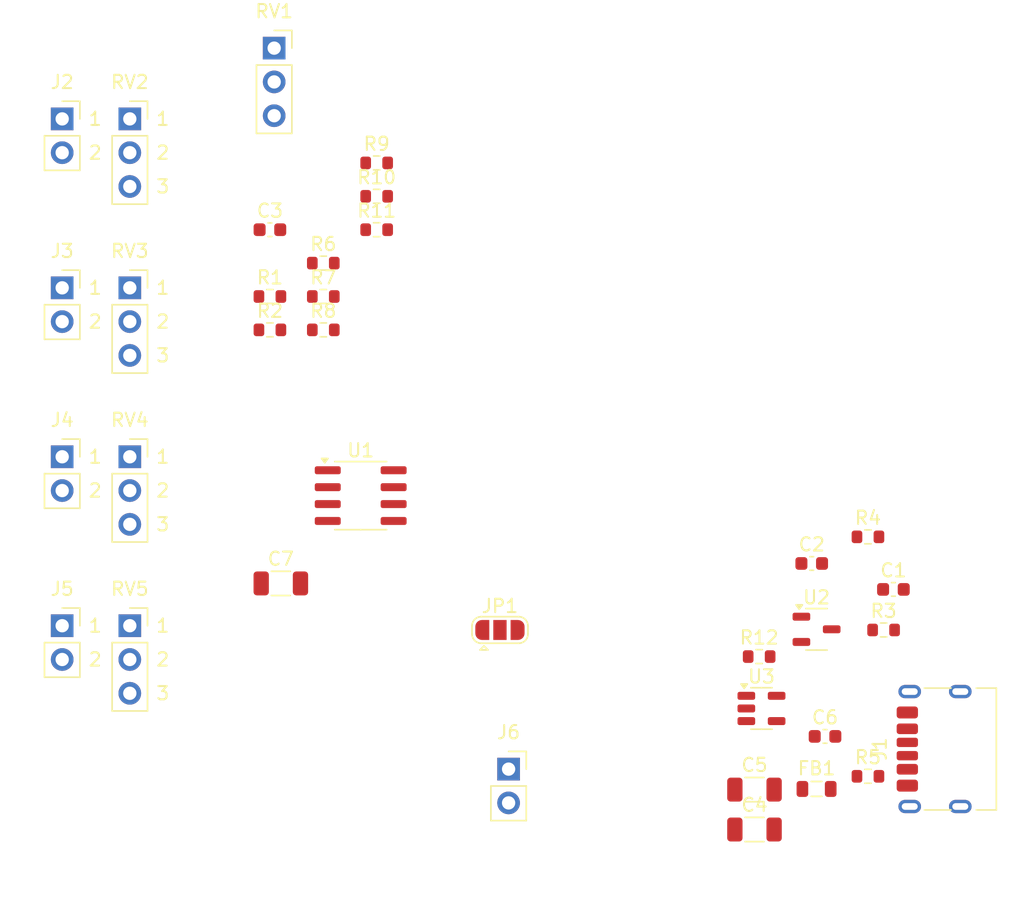
<source format=kicad_pcb>
(kicad_pcb (version 20241229) (generator "pcbnew") (generator_version "9.0")
  (layers (0 "F.Cu" signal) (2 "B.Cu" signal) (13 "F.Paste" user) (15 "B.Paste" user) (5 "F.SilkS" user "F.Silkscreen") (7 "B.SilkS" user "B.Silkscreen") (1 "F.Mask" user) (3 "B.Mask" user) (25 "Edge.Cuts" user))
  (net 0 "")
  (net 1 "GND")
  (net 2 "/VREF_1.65V")
  (net 3 "Net-(U2-REF)")
  (net 4 "+3.3V")
  (net 5 "Net-(U3-EN)")
  (net 6 "Net-(U3-BP)")
  (net 7 "Net-(JP1-B)")
  (net 8 "Net-(FB1-Pad1)")
  (net 9 "Net-(J1-CC1)")
  (net 10 "Net-(J1-CC2)")
  (net 11 "Net-(JP1-C)")
  (net 12 "Net-(U1A--)")
  (net 13 "Net-(R1-Pad2)")
  (net 14 "Net-(U1B--)")
  (net 15 "Net-(R7-Pad1)")
  (net 16 "Net-(R8-Pad1)")
  (net 17 "Net-(R9-Pad1)")
  (net 18 "Net-(R10-Pad1)")
  (net 19 "Net-(R11-Pad1)")
  (net 20 "Net-(J2-Pin_1)")
  (net 21 "Net-(J3-Pin_1)")
  (net 22 "Net-(J4-Pin_1)")
  (net 23 "Net-(J5-Pin_1)")
  (net 24 "Net-(J6-Pin_1)")
  (footprint "Capacitor_SMD:C_0603_1608Metric" (layer "F.Cu") (at 181.775 115)
    (property "Reference" "C6" (at 0 -1.43 0) (layer "F.SilkS"))
    (property "Value" "10nF")
    (fp_line (start -0.14058 -0.51) (end 0.14058 -0.51) (stroke (width 0.12)) (layer "F.SilkS"))
    (fp_line (start -0.14058 0.51) (end 0.14058 0.51) (stroke (width 0.12)) (layer "F.SilkS"))
    (pad "1" smd roundrect (at -0.775 0) (size 0.9 0.95) (layers "F.Cu" "F.Mask" "F.Paste") (net 6 "Net-(U3-BP)"))
    (pad "2" smd roundrect (at 0.775 0) (size 0.9 0.95) (layers "F.Cu" "F.Mask" "F.Paste") (net 1 "GND"))
  )
  (footprint "Resistor_SMD:R_0603_1608Metric" (layer "F.Cu") (at 144.0775 84.44)
    (property "Reference" "R8" (at 0 -1.43 0) (layer "F.SilkS"))
    (property "Value" "10k")
    (fp_line (start -0.237258 -0.5225) (end 0.237258 -0.5225) (stroke (width 0.12)) (layer "F.SilkS"))
    (fp_line (start -0.237258 0.5225) (end 0.237258 0.5225) (stroke (width 0.12)) (layer "F.SilkS"))
    (pad "1" smd roundrect (at -0.825 0) (size 0.8 0.95) (layers "F.Cu" "F.Mask" "F.Paste") (net 16 "Net-(R8-Pad1)"))
    (pad "2" smd roundrect (at 0.825 0) (size 0.8 0.95) (layers "F.Cu" "F.Mask" "F.Paste") (net 12 "Net-(U1A--)"))
  )
  (footprint "Resistor_SMD:R_0603_1608Metric" (layer "F.Cu") (at 140.0675 81.93)
    (property "Reference" "R1" (at 0 -1.43 0) (layer "F.SilkS"))
    (property "Value" "20k")
    (fp_line (start -0.237258 -0.5225) (end 0.237258 -0.5225) (stroke (width 0.12)) (layer "F.SilkS"))
    (fp_line (start -0.237258 0.5225) (end 0.237258 0.5225) (stroke (width 0.12)) (layer "F.SilkS"))
    (pad "1" smd roundrect (at -0.825 0) (size 0.8 0.95) (layers "F.Cu" "F.Mask" "F.Paste") (net 12 "Net-(U1A--)"))
    (pad "2" smd roundrect (at 0.825 0) (size 0.8 0.95) (layers "F.Cu" "F.Mask" "F.Paste") (net 13 "Net-(R1-Pad2)"))
  )
  (footprint "Resistor_SMD:R_0603_1608Metric" (layer "F.Cu") (at 186.175 107)
    (property "Reference" "R3" (at 0 -1.43 0) (layer "F.SilkS"))
    (property "Value" "3.3k")
    (fp_line (start -0.237258 -0.5225) (end 0.237258 -0.5225) (stroke (width 0.12)) (layer "F.SilkS"))
    (fp_line (start -0.237258 0.5225) (end 0.237258 0.5225) (stroke (width 0.12)) (layer "F.SilkS"))
    (pad "1" smd roundrect (at -0.825 0) (size 0.8 0.95) (layers "F.Cu" "F.Mask" "F.Paste") (net 3 "Net-(U2-REF)"))
    (pad "2" smd roundrect (at 0.825 0) (size 0.8 0.95) (layers "F.Cu" "F.Mask" "F.Paste") (net 1 "GND"))
  )
  (footprint "Capacitor_SMD:C_1206_3216Metric" (layer "F.Cu") (at 176.475 122)
    (property "Reference" "C4" (at 0 -1.85 0) (layer "F.SilkS"))
    (property "Value" "10uF")
    (fp_line (start -0.711252 -0.91) (end 0.711252 -0.91) (stroke (width 0.12)) (layer "F.SilkS"))
    (fp_line (start -0.711252 0.91) (end 0.711252 0.91) (stroke (width 0.12)) (layer "F.SilkS"))
    (pad "1" smd roundrect (at -1.475 0) (size 1.15 1.8) (layers "F.Cu" "F.Mask" "F.Paste") (roundrect_rratio 0.217391) (net 5 "Net-(U3-EN)"))
    (pad "2" smd roundrect (at 1.475 0) (size 1.15 1.8) (layers "F.Cu" "F.Mask" "F.Paste") (roundrect_rratio 0.217391) (net 1 "GND"))
  )
  (footprint "Capacitor_SMD:C_1206_3216Metric" (layer "F.Cu") (at 140.8875 103.5)
    (property "Reference" "C7" (at 0 -1.85 0) (layer "F.SilkS"))
    (property "Value" "10uF")
    (fp_line (start -0.711252 -0.91) (end 0.711252 -0.91) (stroke (width 0.12)) (layer "F.SilkS"))
    (fp_line (start -0.711252 0.91) (end 0.711252 0.91) (stroke (width 0.12)) (layer "F.SilkS"))
    (pad "1" smd roundrect (at -1.475 0) (size 1.15 1.8) (layers "F.Cu" "F.Mask" "F.Paste") (roundrect_rratio 0.217391) (net 24 "Net-(J6-Pin_1)"))
    (pad "2" smd roundrect (at 1.475 0) (size 1.15 1.8) (layers "F.Cu" "F.Mask" "F.Paste") (roundrect_rratio 0.217391) (net 7 "Net-(JP1-B)"))
  )
  (footprint "Connector_USB:USB_C_Receptacle_HRO_TYPE-C-31-M-17" (layer "F.Cu") (at 191.1375 115.95 90)
    (property "Reference" "J1" (at 0 -5.25 90) (layer "F.SilkS"))
    (property "Value" "USB_C_Receptacle_PowerOnly_6P")
    (fp_line (start 4.58 -1.9) (end 4.58 0.1) (stroke (width 0.12)) (layer "F.SilkS"))
    (fp_line (start -4.58 -1.9) (end -4.58 0.1) (stroke (width 0.12)) (layer "F.SilkS"))
    (fp_line (start 4.58 2) (end 4.58 3.51) (stroke (width 0.12)) (layer "F.SilkS"))
    (fp_line (start -4.58 2) (end -4.58 3.51) (stroke (width 0.12)) (layer "F.SilkS"))
    (fp_line (start -4.58 3.51) (end 4.58 3.51) (stroke (width 0.12)) (layer "F.SilkS"))
    (pad "A5" smd roundrect (at -0.5 -3.18 90) (size 0.7 1.6) (layers "F.Cu" "F.Mask" "F.Paste") (net 9 "Net-(J1-CC1)"))
    (pad "A9" smd roundrect (at 1.52 -3.18 90) (size 0.8 1.6) (layers "F.Cu" "F.Mask" "F.Paste") (net 8 "Net-(FB1-Pad1)"))
    (pad "A12" smd roundrect (at 2.75 -3.18 90) (size 0.9 1.6) (layers "F.Cu" "F.Mask" "F.Paste") (net 1 "GND"))
    (pad "B5" smd roundrect (at 0.5 -3.18 90) (size 0.7 1.6) (layers "F.Cu" "F.Mask" "F.Paste") (net 10 "Net-(J1-CC2)"))
    (pad "B9" smd roundrect (at -1.52 -3.18 90) (size 0.8 1.6) (layers "F.Cu" "F.Mask" "F.Paste") (net 8 "Net-(FB1-Pad1)"))
    (pad "B12" smd roundrect (at -2.75 -3.18 90) (size 0.9 1.6) (layers "F.Cu" "F.Mask" "F.Paste") (net 1 "GND"))
    (pad "S1" thru_hole oval (at -4.32 -3 90) (size 1 1.7) (drill oval 0.5 1.2) (property pad_prop_heatsink) (layers "*.Cu" "*.Mask") (net 1 "GND"))
    (pad "S1" thru_hole oval (at -4.32 0.8 90) (size 1 1.7) (drill oval 0.5 1.2) (property pad_prop_heatsink) (layers "*.Cu" "*.Mask") (net 1 "GND"))
    (pad "S1" thru_hole oval (at 4.32 -3 90) (size 1 1.7) (drill oval 0.5 1.2) (property pad_prop_heatsink) (layers "*.Cu" "*.Mask") (net 1 "GND"))
    (pad "S1" thru_hole oval (at 4.32 0.8 90) (size 1 1.7) (drill oval 0.5 1.2) (property pad_prop_heatsink) (layers "*.Cu" "*.Mask") (net 1 "GND"))
  )
  (footprint "Resistor_SMD:R_0603_1608Metric" (layer "F.Cu") (at 185 118)
    (property "Reference" "R5" (at 0 -1.43 0) (layer "F.SilkS"))
    (property "Value" "5.1k")
    (fp_line (start -0.237258 -0.5225) (end 0.237258 -0.5225) (stroke (width 0.12)) (layer "F.SilkS"))
    (fp_line (start -0.237258 0.5225) (end 0.237258 0.5225) (stroke (width 0.12)) (layer "F.SilkS"))
    (pad "1" smd roundrect (at -0.825 0) (size 0.8 0.95) (layers "F.Cu" "F.Mask" "F.Paste") (net 9 "Net-(J1-CC1)"))
    (pad "2" smd roundrect (at 0.825 0) (size 0.8 0.95) (layers "F.Cu" "F.Mask" "F.Paste") (net 1 "GND"))
  )
  (footprint "Connector_PinSocket_2.54mm:PinSocket_1x02_P2.54mm_Vertical" (layer "F.Cu") (at 124.46 81.28)
    (property "Reference" "J3" (at 0 -2.77 0) (layer "F.SilkS"))
    (property "Value" "Conn_01x02")
    (fp_line (start -1.33 1.27) (end -1.33 3.87) (stroke (width 0.12)) (layer "F.SilkS"))
    (fp_line (start -1.33 1.27) (end 1.33 1.27) (stroke (width 0.12)) (layer "F.SilkS"))
    (fp_line (start -1.33 3.87) (end 1.33 3.87) (stroke (width 0.12)) (layer "F.SilkS"))
    (fp_line (start 0 -1.33) (end 1.33 -1.33) (stroke (width 0.12)) (layer "F.SilkS"))
    (fp_line (start 1.33 -1.33) (end 1.33 0) (stroke (width 0.12)) (layer "F.SilkS"))
    (fp_line (start 1.33 1.27) (end 1.33 3.87) (stroke (width 0.12)) (layer "F.SilkS"))
    (pad "1" thru_hole rect (at 0 0) (size 1.7 1.7) (drill 1) (layers "*.Cu" "*.Mask") (net 21 "Net-(J3-Pin_1)"))
    (pad "2" thru_hole circle (at 0 2.54) (size 1.7 1.7) (drill 1) (layers "*.Cu" "*.Mask") (net 2 "/VREF_1.65V"))
  )
  (footprint "Connector_PinSocket_2.54mm:PinSocket_1x03_P2.54mm_Vertical" (layer "F.Cu") (at 129.54 106.68)
    (property "Reference" "RV5" (at 0 -2.77 0) (layer "F.SilkS"))
    (property "Value" "10k")
    (fp_line (start -1.33 1.27) (end -1.33 6.41) (stroke (width 0.12)) (layer "F.SilkS"))
    (fp_line (start -1.33 1.27) (end 1.33 1.27) (stroke (width 0.12)) (layer "F.SilkS"))
    (fp_line (start -1.33 6.41) (end 1.33 6.41) (stroke (width 0.12)) (layer "F.SilkS"))
    (fp_line (start 0 -1.33) (end 1.33 -1.33) (stroke (width 0.12)) (layer "F.SilkS"))
    (fp_line (start 1.33 -1.33) (end 1.33 0) (stroke (width 0.12)) (layer "F.SilkS"))
    (fp_line (start 1.33 1.27) (end 1.33 6.41) (stroke (width 0.12)) (layer "F.SilkS"))
    (pad "1" thru_hole rect (at 0 0) (size 1.7 1.7) (drill 1) (layers "*.Cu" "*.Mask") (net 23 "Net-(J5-Pin_1)"))
    (pad "2" thru_hole circle (at 0 2.54) (size 1.7 1.7) (drill 1) (layers "*.Cu" "*.Mask") (net 18 "Net-(R10-Pad1)"))
    (pad "3" thru_hole circle (at 0 5.08) (size 1.7 1.7) (drill 1) (layers "*.Cu" "*.Mask") (net 2 "/VREF_1.65V"))
  )
  (footprint "Connector_PinSocket_2.54mm:PinSocket_1x02_P2.54mm_Vertical" (layer "F.Cu") (at 124.46 106.68)
    (property "Reference" "J5" (at 0 -2.77 0) (layer "F.SilkS"))
    (property "Value" "Conn_01x02")
    (fp_line (start -1.33 1.27) (end -1.33 3.87) (stroke (width 0.12)) (layer "F.SilkS"))
    (fp_line (start -1.33 1.27) (end 1.33 1.27) (stroke (width 0.12)) (layer "F.SilkS"))
    (fp_line (start -1.33 3.87) (end 1.33 3.87) (stroke (width 0.12)) (layer "F.SilkS"))
    (fp_line (start 0 -1.33) (end 1.33 -1.33) (stroke (width 0.12)) (layer "F.SilkS"))
    (fp_line (start 1.33 -1.33) (end 1.33 0) (stroke (width 0.12)) (layer "F.SilkS"))
    (fp_line (start 1.33 1.27) (end 1.33 3.87) (stroke (width 0.12)) (layer "F.SilkS"))
    (pad "1" thru_hole rect (at 0 0) (size 1.7 1.7) (drill 1) (layers "*.Cu" "*.Mask") (net 23 "Net-(J5-Pin_1)"))
    (pad "2" thru_hole circle (at 0 2.54) (size 1.7 1.7) (drill 1) (layers "*.Cu" "*.Mask") (net 2 "/VREF_1.65V"))
  )
  (footprint "Resistor_SMD:R_0603_1608Metric" (layer "F.Cu") (at 148.0875 74.4)
    (property "Reference" "R10" (at 0 -1.43 0) (layer "F.SilkS"))
    (property "Value" "10k")
    (fp_line (start -0.237258 -0.5225) (end 0.237258 -0.5225) (stroke (width 0.12)) (layer "F.SilkS"))
    (fp_line (start -0.237258 0.5225) (end 0.237258 0.5225) (stroke (width 0.12)) (layer "F.SilkS"))
    (pad "1" smd roundrect (at -0.825 0) (size 0.8 0.95) (layers "F.Cu" "F.Mask" "F.Paste") (net 18 "Net-(R10-Pad1)"))
    (pad "2" smd roundrect (at 0.825 0) (size 0.8 0.95) (layers "F.Cu" "F.Mask" "F.Paste") (net 12 "Net-(U1A--)"))
  )
  (footprint "Connector_PinSocket_2.54mm:PinSocket_1x03_P2.54mm_Vertical" (layer "F.Cu") (at 129.54 68.58)
    (property "Reference" "RV2" (at 0 -2.77 0) (layer "F.SilkS"))
    (property "Value" "10k")
    (fp_line (start -1.33 1.27) (end -1.33 6.41) (stroke (width 0.12)) (layer "F.SilkS"))
    (fp_line (start -1.33 1.27) (end 1.33 1.27) (stroke (width 0.12)) (layer "F.SilkS"))
    (fp_line (start -1.33 6.41) (end 1.33 6.41) (stroke (width 0.12)) (layer "F.SilkS"))
    (fp_line (start 0 -1.33) (end 1.33 -1.33) (stroke (width 0.12)) (layer "F.SilkS"))
    (fp_line (start 1.33 -1.33) (end 1.33 0) (stroke (width 0.12)) (layer "F.SilkS"))
    (fp_line (start 1.33 1.27) (end 1.33 6.41) (stroke (width 0.12)) (layer "F.SilkS"))
    (pad "1" thru_hole rect (at 0 0) (size 1.7 1.7) (drill 1) (layers "*.Cu" "*.Mask") (net 20 "Net-(J2-Pin_1)"))
    (pad "2" thru_hole circle (at 0 2.54) (size 1.7 1.7) (drill 1) (layers "*.Cu" "*.Mask") (net 15 "Net-(R7-Pad1)"))
    (pad "3" thru_hole circle (at 0 5.08) (size 1.7 1.7) (drill 1) (layers "*.Cu" "*.Mask") (net 2 "/VREF_1.65V"))
  )
  (footprint "Connector_PinSocket_2.54mm:PinSocket_1x02_P2.54mm_Vertical" (layer "F.Cu") (at 124.46 68.58)
    (property "Reference" "J2" (at 0 -2.77 0) (layer "F.SilkS"))
    (property "Value" "Conn_01x02")
    (fp_line (start -1.33 1.27) (end -1.33 3.87) (stroke (width 0.12)) (layer "F.SilkS"))
    (fp_line (start -1.33 1.27) (end 1.33 1.27) (stroke (width 0.12)) (layer "F.SilkS"))
    (fp_line (start -1.33 3.87) (end 1.33 3.87) (stroke (width 0.12)) (layer "F.SilkS"))
    (fp_line (start 0 -1.33) (end 1.33 -1.33) (stroke (width 0.12)) (layer "F.SilkS"))
    (fp_line (start 1.33 -1.33) (end 1.33 0) (stroke (width 0.12)) (layer "F.SilkS"))
    (fp_line (start 1.33 1.27) (end 1.33 3.87) (stroke (width 0.12)) (layer "F.SilkS"))
    (pad "1" thru_hole rect (at 0 0) (size 1.7 1.7) (drill 1) (layers "*.Cu" "*.Mask") (net 20 "Net-(J2-Pin_1)"))
    (pad "2" thru_hole circle (at 0 2.54) (size 1.7 1.7) (drill 1) (layers "*.Cu" "*.Mask") (net 2 "/VREF_1.65V"))
  )
  (footprint "Connector_PinSocket_2.54mm:PinSocket_1x03_P2.54mm_Vertical" (layer "F.Cu") (at 129.54 93.98)
    (property "Reference" "RV4" (at 0 -2.77 0) (layer "F.SilkS"))
    (property "Value" "10k")
    (fp_line (start -1.33 1.27) (end -1.33 6.41) (stroke (width 0.12)) (layer "F.SilkS"))
    (fp_line (start -1.33 1.27) (end 1.33 1.27) (stroke (width 0.12)) (layer "F.SilkS"))
    (fp_line (start -1.33 6.41) (end 1.33 6.41) (stroke (width 0.12)) (layer "F.SilkS"))
    (fp_line (start 0 -1.33) (end 1.33 -1.33) (stroke (width 0.12)) (layer "F.SilkS"))
    (fp_line (start 1.33 -1.33) (end 1.33 0) (stroke (width 0.12)) (layer "F.SilkS"))
    (fp_line (start 1.33 1.27) (end 1.33 6.41) (stroke (width 0.12)) (layer "F.SilkS"))
    (pad "1" thru_hole rect (at 0 0) (size 1.7 1.7) (drill 1) (layers "*.Cu" "*.Mask") (net 22 "Net-(J4-Pin_1)"))
    (pad "2" thru_hole circle (at 0 2.54) (size 1.7 1.7) (drill 1) (layers "*.Cu" "*.Mask") (net 17 "Net-(R9-Pad1)"))
    (pad "3" thru_hole circle (at 0 5.08) (size 1.7 1.7) (drill 1) (layers "*.Cu" "*.Mask") (net 2 "/VREF_1.65V"))
  )
  (footprint "Resistor_SMD:R_0603_1608Metric" (layer "F.Cu") (at 176.825 109)
    (property "Reference" "R12" (at 0 -1.43 0) (layer "F.SilkS"))
    (property "Value" "1.8k")
    (fp_line (start -0.237258 -0.5225) (end 0.237258 -0.5225) (stroke (width 0.12)) (layer "F.SilkS"))
    (fp_line (start -0.237258 0.5225) (end 0.237258 0.5225) (stroke (width 0.12)) (layer "F.SilkS"))
    (pad "1" smd roundrect (at -0.825 0) (size 0.8 0.95) (layers "F.Cu" "F.Mask" "F.Paste") (net 4 "+3.3V"))
    (pad "2" smd roundrect (at 0.825 0) (size 0.8 0.95) (layers "F.Cu" "F.Mask" "F.Paste") (net 2 "/VREF_1.65V"))
  )
  (footprint "Resistor_SMD:R_0603_1608Metric" (layer "F.Cu") (at 140.0675 84.44)
    (property "Reference" "R2" (at 0 -1.43 0) (layer "F.SilkS"))
    (property "Value" "10k")
    (fp_line (start -0.237258 -0.5225) (end 0.237258 -0.5225) (stroke (width 0.12)) (layer "F.SilkS"))
    (fp_line (start -0.237258 0.5225) (end 0.237258 0.5225) (stroke (width 0.12)) (layer "F.SilkS"))
    (pad "1" smd roundrect (at -0.825 0) (size 0.8 0.95) (layers "F.Cu" "F.Mask" "F.Paste") (net 13 "Net-(R1-Pad2)"))
    (pad "2" smd roundrect (at 0.825 0) (size 0.8 0.95) (layers "F.Cu" "F.Mask" "F.Paste") (net 14 "Net-(U1B--)"))
  )
  (footprint "Resistor_SMD:R_0603_1608Metric" (layer "F.Cu") (at 185 100)
    (property "Reference" "R4" (at 0 -1.43 0) (layer "F.SilkS"))
    (property "Value" "10k")
    (fp_line (start -0.237258 -0.5225) (end 0.237258 -0.5225) (stroke (width 0.12)) (layer "F.SilkS"))
    (fp_line (start -0.237258 0.5225) (end 0.237258 0.5225) (stroke (width 0.12)) (layer "F.SilkS"))
    (pad "1" smd roundrect (at -0.825 0) (size 0.8 0.95) (layers "F.Cu" "F.Mask" "F.Paste") (net 2 "/VREF_1.65V"))
    (pad "2" smd roundrect (at 0.825 0) (size 0.8 0.95) (layers "F.Cu" "F.Mask" "F.Paste") (net 3 "Net-(U2-REF)"))
  )
  (footprint "Resistor_SMD:R_0603_1608Metric" (layer "F.Cu") (at 144.0775 79.42)
    (property "Reference" "R6" (at 0 -1.43 0) (layer "F.SilkS"))
    (property "Value" "5.1k")
    (fp_line (start -0.237258 -0.5225) (end 0.237258 -0.5225) (stroke (width 0.12)) (layer "F.SilkS"))
    (fp_line (start -0.237258 0.5225) (end 0.237258 0.5225) (stroke (width 0.12)) (layer "F.SilkS"))
    (pad "1" smd roundrect (at -0.825 0) (size 0.8 0.95) (layers "F.Cu" "F.Mask" "F.Paste") (net 10 "Net-(J1-CC2)"))
    (pad "2" smd roundrect (at 0.825 0) (size 0.8 0.95) (layers "F.Cu" "F.Mask" "F.Paste") (net 1 "GND"))
  )
  (footprint "Capacitor_SMD:C_0603_1608Metric" (layer "F.Cu") (at 186.9125 103.95)
    (property "Reference" "C1" (at 0 -1.43 0) (layer "F.SilkS"))
    (property "Value" "100nF")
    (fp_line (start -0.14058 -0.51) (end 0.14058 -0.51) (stroke (width 0.12)) (layer "F.SilkS"))
    (fp_line (start -0.14058 0.51) (end 0.14058 0.51) (stroke (width 0.12)) (layer "F.SilkS"))
    (pad "1" smd roundrect (at -0.775 0) (size 0.9 0.95) (layers "F.Cu" "F.Mask" "F.Paste") (net 2 "/VREF_1.65V"))
    (pad "2" smd roundrect (at 0.775 0) (size 0.9 0.95) (layers "F.Cu" "F.Mask" "F.Paste") (net 1 "GND"))
  )
  (footprint "Connector_PinSocket_2.54mm:PinSocket_1x02_P2.54mm_Vertical" (layer "F.Cu") (at 124.46 93.98)
    (property "Reference" "J4" (at 0 -2.77 0) (layer "F.SilkS"))
    (property "Value" "Conn_01x02")
    (fp_line (start -1.33 1.27) (end -1.33 3.87) (stroke (width 0.12)) (layer "F.SilkS"))
    (fp_line (start -1.33 1.27) (end 1.33 1.27) (stroke (width 0.12)) (layer "F.SilkS"))
    (fp_line (start -1.33 3.87) (end 1.33 3.87) (stroke (width 0.12)) (layer "F.SilkS"))
    (fp_line (start 0 -1.33) (end 1.33 -1.33) (stroke (width 0.12)) (layer "F.SilkS"))
    (fp_line (start 1.33 -1.33) (end 1.33 0) (stroke (width 0.12)) (layer "F.SilkS"))
    (fp_line (start 1.33 1.27) (end 1.33 3.87) (stroke (width 0.12)) (layer "F.SilkS"))
    (pad "1" thru_hole rect (at 0 0) (size 1.7 1.7) (drill 1) (layers "*.Cu" "*.Mask") (net 22 "Net-(J4-Pin_1)"))
    (pad "2" thru_hole circle (at 0 2.54) (size 1.7 1.7) (drill 1) (layers "*.Cu" "*.Mask") (net 2 "/VREF_1.65V"))
  )
  (footprint "Package_SO:SOIC-8_3.9x4.9mm_P1.27mm" (layer "F.Cu") (at 146.8875 96.9)
    (property "Reference" "U1" (at 0 -3.4 0) (layer "F.SilkS"))
    (property "Value" "TLV9062IDR")
    (fp_line (start 0 -2.56) (end -1.95 -2.56) (stroke (width 0.12)) (layer "F.SilkS"))
    (fp_line (start 0 -2.56) (end 1.95 -2.56) (stroke (width 0.12)) (layer "F.SilkS"))
    (fp_line (start 0 2.56) (end -1.95 2.56) (stroke (width 0.12)) (layer "F.SilkS"))
    (fp_line (start 0 2.56) (end 1.95 2.56) (stroke (width 0.12)) (layer "F.SilkS"))
    (fp_poly (pts (xy -2.7 -2.465) (xy -2.94 -2.795) (xy -2.46 -2.795)) (stroke (width 0.12)) (fill yes) (layer "F.SilkS"))
    (pad "1" smd roundrect (at -2.475 -1.905) (size 1.95 0.6) (layers "F.Cu" "F.Mask" "F.Paste") (net 13 "Net-(R1-Pad2)"))
    (pad "2" smd roundrect (at -2.475 -0.635) (size 1.95 0.6) (layers "F.Cu" "F.Mask" "F.Paste") (net 12 "Net-(U1A--)"))
    (pad "3" smd roundrect (at -2.475 0.635) (size 1.95 0.6) (layers "F.Cu" "F.Mask" "F.Paste") (net 2 "/VREF_1.65V"))
    (pad "4" smd roundrect (at -2.475 1.905) (size 1.95 0.6) (layers "F.Cu" "F.Mask" "F.Paste") (net 1 "GND"))
    (pad "5" smd roundrect (at 2.475 1.905) (size 1.95 0.6) (layers "F.Cu" "F.Mask" "F.Paste") (net 2 "/VREF_1.65V"))
    (pad "6" smd roundrect (at 2.475 0.635) (size 1.95 0.6) (layers "F.Cu" "F.Mask" "F.Paste") (net 14 "Net-(U1B--)"))
    (pad "7" smd roundrect (at 2.475 -0.635) (size 1.95 0.6) (layers "F.Cu" "F.Mask" "F.Paste") (net 19 "Net-(R11-Pad1)"))
    (pad "8" smd roundrect (at 2.475 -1.905) (size 1.95 0.6) (layers "F.Cu" "F.Mask" "F.Paste") (net 4 "+3.3V"))
  )
  (footprint "Resistor_SMD:R_0603_1608Metric" (layer "F.Cu") (at 144.0775 81.93)
    (property "Reference" "R7" (at 0 -1.43 0) (layer "F.SilkS"))
    (property "Value" "10k")
    (fp_line (start -0.237258 -0.5225) (end 0.237258 -0.5225) (stroke (width 0.12)) (layer "F.SilkS"))
    (fp_line (start -0.237258 0.5225) (end 0.237258 0.5225) (stroke (width 0.12)) (layer "F.SilkS"))
    (pad "1" smd roundrect (at -0.825 0) (size 0.8 0.95) (layers "F.Cu" "F.Mask" "F.Paste") (net 15 "Net-(R7-Pad1)"))
    (pad "2" smd roundrect (at 0.825 0) (size 0.8 0.95) (layers "F.Cu" "F.Mask" "F.Paste") (net 12 "Net-(U1A--)"))
  )
  (footprint "Package_TO_SOT_SMD:SOT-23-3" (layer "F.Cu") (at 181.1375 106.95)
    (property "Reference" "U2" (at 0 -2.4 0) (layer "F.SilkS"))
    (property "Value" "TLV431AIDBZR")
    (fp_line (start 0 -1.56) (end -0.8 -1.56) (stroke (width 0.12)) (layer "F.SilkS"))
    (fp_line (start 0 -1.56) (end 0.8 -1.56) (stroke (width 0.12)) (layer "F.SilkS"))
    (fp_line (start 0 1.56) (end -0.8 1.56) (stroke (width 0.12)) (layer "F.SilkS"))
    (fp_line (start 0 1.56) (end 0.8 1.56) (stroke (width 0.12)) (layer "F.SilkS"))
    (fp_poly (pts (xy -1.3 -1.51) (xy -1.54 -1.84) (xy -1.06 -1.84)) (stroke (width 0.12)) (fill yes) (layer "F.SilkS"))
    (pad "1" smd roundrect (at -1.1375 -0.95) (size 1.325 0.6) (layers "F.Cu" "F.Mask" "F.Paste") (net 3 "Net-(U2-REF)"))
    (pad "2" smd roundrect (at -1.1375 0.95) (size 1.325 0.6) (layers "F.Cu" "F.Mask" "F.Paste") (net 2 "/VREF_1.65V"))
    (pad "3" smd roundrect (at 1.1375 0) (size 1.325 0.6) (layers "F.Cu" "F.Mask" "F.Paste") (net 1 "GND"))
  )
  (footprint "Resistor_SMD:R_0603_1608Metric" (layer "F.Cu") (at 148.0875 71.89)
    (property "Reference" "R9" (at 0 -1.43 0) (layer "F.SilkS"))
    (property "Value" "10k")
    (fp_line (start -0.237258 -0.5225) (end 0.237258 -0.5225) (stroke (width 0.12)) (layer "F.SilkS"))
    (fp_line (start -0.237258 0.5225) (end 0.237258 0.5225) (stroke (width 0.12)) (layer "F.SilkS"))
    (pad "1" smd roundrect (at -0.825 0) (size 0.8 0.95) (layers "F.Cu" "F.Mask" "F.Paste") (net 17 "Net-(R9-Pad1)"))
    (pad "2" smd roundrect (at 0.825 0) (size 0.8 0.95) (layers "F.Cu" "F.Mask" "F.Paste") (net 12 "Net-(U1A--)"))
  )
  (footprint "elemental_jumper:SolderJumper-3_P1.3mm_Open_RoundedPad1.0x1.5mm" (layer "F.Cu") (at 157.35 107)
    (property "Reference" "JP1" (at 0 -1.8 0) (layer "F.SilkS"))
    (property "Value" "DC_BLOCK")
    (fp_line (start -2.1 0.3) (end -2.1 -0.3) (stroke (width 0.12)) (layer "F.SilkS"))
    (fp_line (start -1.5 1.5) (end -0.9 1.5) (stroke (width 0.12)) (layer "F.SilkS"))
    (fp_line (start -1.4 -1) (end 1.4 -1) (stroke (width 0.12)) (layer "F.SilkS"))
    (fp_line (start -1.2 1.2) (end -1.5 1.5) (stroke (width 0.12)) (layer "F.SilkS"))
    (fp_line (start -1.2 1.2) (end -0.9 1.5) (stroke (width 0.12)) (layer "F.SilkS"))
    (fp_line (start 1.4 1) (end -1.4 1) (stroke (width 0.12)) (layer "F.SilkS"))
    (fp_line (start 2.105025 -0.3) (end 2.105025 0.3) (stroke (width 0.12)) (layer "F.SilkS"))
    (fp_arc (start -2.1 -0.3) (mid -1.894975 -0.794975) (end -1.4 -1) (stroke (width 0.12)) (layer "F.SilkS"))
    (fp_arc (start -1.4 1) (mid -1.894975 0.794975) (end -2.1 0.3) (stroke (width 0.12)) (layer "F.SilkS"))
    (fp_arc (start 1.405025 -1) (mid 1.9 -0.794975) (end 2.105025 -0.3) (stroke (width 0.12)) (layer "F.SilkS"))
    (fp_arc (start 2.105025 0.3) (mid 1.9 0.794975) (end 1.405025 1) (stroke (width 0.12)) (layer "F.SilkS"))
    (pad "1" smd custom (at -1.35 0) (size 1 0.5) (layers "F.Cu" "F.Mask") (net 24 "Net-(J6-Pin_1)") (options (clearance outline) (anchor rect)) (primitives (gr_circle (center 0 0.25) (end 0.5 0.25) (width 0) (fill yes)) (gr_circle (center 0 -0.25) (end 0.5 -0.25) (width 0) (fill yes)) (gr_poly (pts (xy 0.55 0.75) (xy 0 0.75) (xy 0 -0.75) (xy 0.55 -0.75)) (width 0) (fill yes))))
    (pad "2" smd rect (at 0 0) (size 1 1.5) (layers "F.Cu" "F.Mask") (net 11 "Net-(JP1-C)"))
    (pad "3" smd custom (at 1.35 0) (size 1 0.5) (layers "F.Cu" "F.Mask") (net 7 "Net-(JP1-B)") (options (clearance outline) (anchor rect)) (primitives (gr_circle (center 0 0.25) (end 0.5 0.25) (width 0) (fill yes)) (gr_circle (center 0 -0.25) (end 0.5 -0.25) (width 0) (fill yes)) (gr_poly (pts (xy 0 0.75) (xy -0.55 0.75) (xy -0.55 -0.75) (xy 0 -0.75)) (width 0) (fill yes))))
  )
  (footprint "Inductor_SMD:L_0805_2012Metric" (layer "F.Cu") (at 181.1375 118.95)
    (property "Reference" "FB1" (at 0 -1.55 0) (layer "F.SilkS"))
    (property "Value" "600R@100MHz")
    (fp_line (start -0.399622 -0.56) (end 0.399622 -0.56) (stroke (width 0.12)) (layer "F.SilkS"))
    (fp_line (start -0.399622 0.56) (end 0.399622 0.56) (stroke (width 0.12)) (layer "F.SilkS"))
    (pad "1" smd roundrect (at -1.0625 0) (size 0.875 1.2) (layers "F.Cu" "F.Mask" "F.Paste") (net 8 "Net-(FB1-Pad1)"))
    (pad "2" smd roundrect (at 1.0625 0) (size 0.875 1.2) (layers "F.Cu" "F.Mask" "F.Paste") (net 5 "Net-(U3-EN)"))
  )
  (footprint "Connector_PinSocket_2.54mm:PinSocket_1x03_P2.54mm_Vertical" (layer "F.Cu") (at 129.54 81.28)
    (property "Reference" "RV3" (at 0 -2.77 0) (layer "F.SilkS"))
    (property "Value" "10k")
    (fp_line (start -1.33 1.27) (end -1.33 6.41) (stroke (width 0.12)) (layer "F.SilkS"))
    (fp_line (start -1.33 1.27) (end 1.33 1.27) (stroke (width 0.12)) (layer "F.SilkS"))
    (fp_line (start -1.33 6.41) (end 1.33 6.41) (stroke (width 0.12)) (layer "F.SilkS"))
    (fp_line (start 0 -1.33) (end 1.33 -1.33) (stroke (width 0.12)) (layer "F.SilkS"))
    (fp_line (start 1.33 -1.33) (end 1.33 0) (stroke (width 0.12)) (layer "F.SilkS"))
    (fp_line (start 1.33 1.27) (end 1.33 6.41) (stroke (width 0.12)) (layer "F.SilkS"))
    (pad "1" thru_hole rect (at 0 0) (size 1.7 1.7) (drill 1) (layers "*.Cu" "*.Mask") (net 21 "Net-(J3-Pin_1)"))
    (pad "2" thru_hole circle (at 0 2.54) (size 1.7 1.7) (drill 1) (layers "*.Cu" "*.Mask") (net 16 "Net-(R8-Pad1)"))
    (pad "3" thru_hole circle (at 0 5.08) (size 1.7 1.7) (drill 1) (layers "*.Cu" "*.Mask") (net 2 "/VREF_1.65V"))
  )
  (footprint "Package_TO_SOT_SMD:SOT-23-5" (layer "F.Cu") (at 177 112.9)
    (property "Reference" "U3" (at 0 -2.4 0) (layer "F.SilkS"))
    (property "Value" "SPX3819M5-L-3-3")
    (fp_line (start 0 -1.56) (end -0.8 -1.56) (stroke (width 0.12)) (layer "F.SilkS"))
    (fp_line (start 0 -1.56) (end 0.8 -1.56) (stroke (width 0.12)) (layer "F.SilkS"))
    (fp_line (start 0 1.56) (end -0.8 1.56) (stroke (width 0.12)) (layer "F.SilkS"))
    (fp_line (start 0 1.56) (end 0.8 1.56) (stroke (width 0.12)) (layer "F.SilkS"))
    (fp_poly (pts (xy -1.3 -1.51) (xy -1.54 -1.84) (xy -1.06 -1.84)) (stroke (width 0.12)) (fill yes) (layer "F.SilkS"))
    (pad "1" smd roundrect (at -1.1375 -0.95) (size 1.325 0.6) (layers "F.Cu" "F.Mask" "F.Paste") (net 5 "Net-(U3-EN)"))
    (pad "2" smd roundrect (at -1.1375 0) (size 1.325 0.6) (layers "F.Cu" "F.Mask" "F.Paste") (net 1 "GND"))
    (pad "3" smd roundrect (at -1.1375 0.95) (size 1.325 0.6) (layers "F.Cu" "F.Mask" "F.Paste") (net 5 "Net-(U3-EN)"))
    (pad "4" smd roundrect (at 1.1375 0.95) (size 1.325 0.6) (layers "F.Cu" "F.Mask" "F.Paste") (net 6 "Net-(U3-BP)"))
    (pad "5" smd roundrect (at 1.1375 -0.95) (size 1.325 0.6) (layers "F.Cu" "F.Mask" "F.Paste") (net 4 "+3.3V"))
  )
  (footprint "Connector_PinSocket_2.54mm:PinSocket_1x02_P2.54mm_Vertical" (layer "F.Cu") (at 158 117.46)
    (property "Reference" "J6" (at 0 -2.77 0) (layer "F.SilkS"))
    (property "Value" "Conn_01x02")
    (fp_line (start -1.33 1.27) (end -1.33 3.87) (stroke (width 0.12)) (layer "F.SilkS"))
    (fp_line (start -1.33 1.27) (end 1.33 1.27) (stroke (width 0.12)) (layer "F.SilkS"))
    (fp_line (start -1.33 3.87) (end 1.33 3.87) (stroke (width 0.12)) (layer "F.SilkS"))
    (fp_line (start 0 -1.33) (end 1.33 -1.33) (stroke (width 0.12)) (layer "F.SilkS"))
    (fp_line (start 1.33 -1.33) (end 1.33 0) (stroke (width 0.12)) (layer "F.SilkS"))
    (fp_line (start 1.33 1.27) (end 1.33 3.87) (stroke (width 0.12)) (layer "F.SilkS"))
    (pad "1" thru_hole rect (at 0 0) (size 1.7 1.7) (drill 1) (layers "*.Cu" "*.Mask") (net 24 "Net-(J6-Pin_1)"))
    (pad "2" thru_hole circle (at 0 2.54) (size 1.7 1.7) (drill 1) (layers "*.Cu" "*.Mask"))
  )
  (footprint "Capacitor_SMD:C_0603_1608Metric" (layer "F.Cu") (at 180.775 102)
    (property "Reference" "C2" (at 0 -1.43 0) (layer "F.SilkS"))
    (property "Value" "100pF")
    (fp_line (start -0.14058 -0.51) (end 0.14058 -0.51) (stroke (width 0.12)) (layer "F.SilkS"))
    (fp_line (start -0.14058 0.51) (end 0.14058 0.51) (stroke (width 0.12)) (layer "F.SilkS"))
    (pad "1" smd roundrect (at -0.775 0) (size 0.9 0.95) (layers "F.Cu" "F.Mask" "F.Paste") (net 3 "Net-(U2-REF)"))
    (pad "2" smd roundrect (at 0.775 0) (size 0.9 0.95) (layers "F.Cu" "F.Mask" "F.Paste") (net 1 "GND"))
  )
  (footprint "Capacitor_SMD:C_1206_3216Metric" (layer "F.Cu") (at 176.475 119)
    (property "Reference" "C5" (at 0 -1.85 0) (layer "F.SilkS"))
    (property "Value" "10uF")
    (fp_line (start -0.711252 -0.91) (end 0.711252 -0.91) (stroke (width 0.12)) (layer "F.SilkS"))
    (fp_line (start -0.711252 0.91) (end 0.711252 0.91) (stroke (width 0.12)) (layer "F.SilkS"))
    (pad "1" smd roundrect (at -1.475 0) (size 1.15 1.8) (layers "F.Cu" "F.Mask" "F.Paste") (roundrect_rratio 0.217391) (net 4 "+3.3V"))
    (pad "2" smd roundrect (at 1.475 0) (size 1.15 1.8) (layers "F.Cu" "F.Mask" "F.Paste") (roundrect_rratio 0.217391) (net 1 "GND"))
  )
  (footprint "Capacitor_SMD:C_0603_1608Metric" (layer "F.Cu") (at 140.0675 76.91)
    (property "Reference" "C3" (at 0 -1.43 0) (layer "F.SilkS"))
    (property "Value" "100nF")
    (fp_line (start -0.14058 -0.51) (end 0.14058 -0.51) (stroke (width 0.12)) (layer "F.SilkS"))
    (fp_line (start -0.14058 0.51) (end 0.14058 0.51) (stroke (width 0.12)) (layer "F.SilkS"))
    (pad "1" smd roundrect (at -0.775 0) (size 0.9 0.95) (layers "F.Cu" "F.Mask" "F.Paste") (net 4 "+3.3V"))
    (pad "2" smd roundrect (at 0.775 0) (size 0.9 0.95) (layers "F.Cu" "F.Mask" "F.Paste") (net 1 "GND"))
  )
  (footprint "Resistor_SMD:R_0603_1608Metric" (layer "F.Cu") (at 148.0875 76.91)
    (property "Reference" "R11" (at 0 -1.43 0) (layer "F.SilkS"))
    (property "Value" "100R")
    (fp_line (start -0.237258 -0.5225) (end 0.237258 -0.5225) (stroke (width 0.12)) (layer "F.SilkS"))
    (fp_line (start -0.237258 0.5225) (end 0.237258 0.5225) (stroke (width 0.12)) (layer "F.SilkS"))
    (pad "1" smd roundrect (at -0.825 0) (size 0.8 0.95) (layers "F.Cu" "F.Mask" "F.Paste") (net 19 "Net-(R11-Pad1)"))
    (pad "2" smd roundrect (at 0.825 0) (size 0.8 0.95) (layers "F.Cu" "F.Mask" "F.Paste") (net 11 "Net-(JP1-C)"))
  )
  (footprint "Connector_PinSocket_2.54mm:PinSocket_1x03_P2.54mm_Vertical" (layer "F.Cu") (at 140.3875 63.26)
    (property "Reference" "RV1" (at 0 -2.77 0) (layer "F.SilkS"))
    (property "Value" "A/B10k")
    (fp_line (start -1.33 1.27) (end -1.33 6.41) (stroke (width 0.12)) (layer "F.SilkS"))
    (fp_line (start -1.33 1.27) (end 1.33 1.27) (stroke (width 0.12)) (layer "F.SilkS"))
    (fp_line (start -1.33 6.41) (end 1.33 6.41) (stroke (width 0.12)) (layer "F.SilkS"))
    (fp_line (start 0 -1.33) (end 1.33 -1.33) (stroke (width 0.12)) (layer "F.SilkS"))
    (fp_line (start 1.33 -1.33) (end 1.33 0) (stroke (width 0.12)) (layer "F.SilkS"))
    (fp_line (start 1.33 1.27) (end 1.33 6.41) (stroke (width 0.12)) (layer "F.SilkS"))
    (pad "1" thru_hole rect (at 0 0) (size 1.7 1.7) (drill 1) (layers "*.Cu" "*.Mask") (net 14 "Net-(U1B--)"))
    (pad "2" thru_hole circle (at 0 2.54) (size 1.7 1.7) (drill 1) (layers "*.Cu" "*.Mask") (net 19 "Net-(R11-Pad1)"))
    (pad "3" thru_hole circle (at 0 5.08) (size 1.7 1.7) (drill 1) (layers "*.Cu" "*.Mask") (net 19 "Net-(R11-Pad1)"))
  )
  (gr_text "1" (at 126.365 106.68 0) (layer "F.SilkS") (effects (font (size 1 1)) (justify left)))
  (gr_text "2" (at 126.365 96.52 0) (layer "F.SilkS") (effects (font (size 1 1)) (justify left)))
  (gr_text "1" (at 131.445 81.28 0) (layer "F.SilkS") (effects (font (size 1 1)) (justify left)))
  (gr_text "2" (at 131.445 96.52 0) (layer "F.SilkS") (effects (font (size 1 1)) (justify left)))
  (gr_text "2" (at 126.365 109.22 0) (layer "F.SilkS") (effects (font (size 1 1)) (justify left)))
  (gr_text "2" (at 126.365 71.12 0) (layer "F.SilkS") (effects (font (size 1 1)) (justify left)))
  (gr_text "1" (at 126.365 81.28 0) (layer "F.SilkS") (effects (font (size 1 1)) (justify left)))
  (gr_text "3" (at 131.445 111.76 0) (layer "F.SilkS") (effects (font (size 1 1)) (justify left)))
  (gr_text "2" (at 126.365 83.82 0) (layer "F.SilkS") (effects (font (size 1 1)) (justify left)))
  (gr_text "3" (at 131.445 73.66 0) (layer "F.SilkS") (effects (font (size 1 1)) (justify left)))
  (gr_text "3" (at 131.445 99.06 0) (layer "F.SilkS") (effects (font (size 1 1)) (justify left)))
  (gr_text "2" (at 131.445 71.12 0) (layer "F.SilkS") (effects (font (size 1 1)) (justify left)))
  (gr_text "1" (at 126.365 68.58 0) (layer "F.SilkS") (effects (font (size 1 1)) (justify left)))
  (gr_text "1" (at 131.445 93.98 0) (layer "F.SilkS") (effects (font (size 1 1)) (justify left)))
  (gr_text "2" (at 131.445 83.82 0) (layer "F.SilkS") (effects (font (size 1 1)) (justify left)))
  (gr_text "2" (at 131.445 109.22 0) (layer "F.SilkS") (effects (font (size 1 1)) (justify left)))
  (gr_text "3" (at 131.445 86.36 0) (layer "F.SilkS") (effects (font (size 1 1)) (justify left)))
  (gr_text "1" (at 131.445 106.68 0) (layer "F.SilkS") (effects (font (size 1 1)) (justify left)))
  (gr_text "1" (at 131.445 68.58 0) (layer "F.SilkS") (effects (font (size 1 1)) (justify left)))
  (gr_text "1" (at 126.365 93.98 0) (layer "F.SilkS") (effects (font (size 1 1)) (justify left)))
)
</source>
